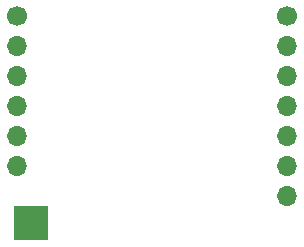
<source format=gbs>
G04 #@! TF.GenerationSoftware,KiCad,Pcbnew,6.0.6*
G04 #@! TF.CreationDate,2022-07-10T21:03:59+02:00*
G04 #@! TF.ProjectId,radio_board,72616469-6f5f-4626-9f61-72642e6b6963,rev?*
G04 #@! TF.SameCoordinates,Original*
G04 #@! TF.FileFunction,Soldermask,Bot*
G04 #@! TF.FilePolarity,Negative*
%FSLAX46Y46*%
G04 Gerber Fmt 4.6, Leading zero omitted, Abs format (unit mm)*
G04 Created by KiCad (PCBNEW 6.0.6) date 2022-07-10 21:03:59*
%MOMM*%
%LPD*%
G01*
G04 APERTURE LIST*
%ADD10R,3.000000X3.000000*%
%ADD11C,1.700000*%
%ADD12O,1.700000X1.700000*%
G04 APERTURE END LIST*
D10*
X156114000Y-109022000D03*
D11*
X154940000Y-91440000D03*
D12*
X154940000Y-93980000D03*
X154940000Y-96520000D03*
X154940000Y-99060000D03*
X154940000Y-101600000D03*
X154940000Y-104140000D03*
D11*
X177800000Y-91440000D03*
D12*
X177800000Y-93980000D03*
X177800000Y-96520000D03*
X177800000Y-99060000D03*
X177800000Y-101600000D03*
X177800000Y-104140000D03*
X177800000Y-106680000D03*
M02*

</source>
